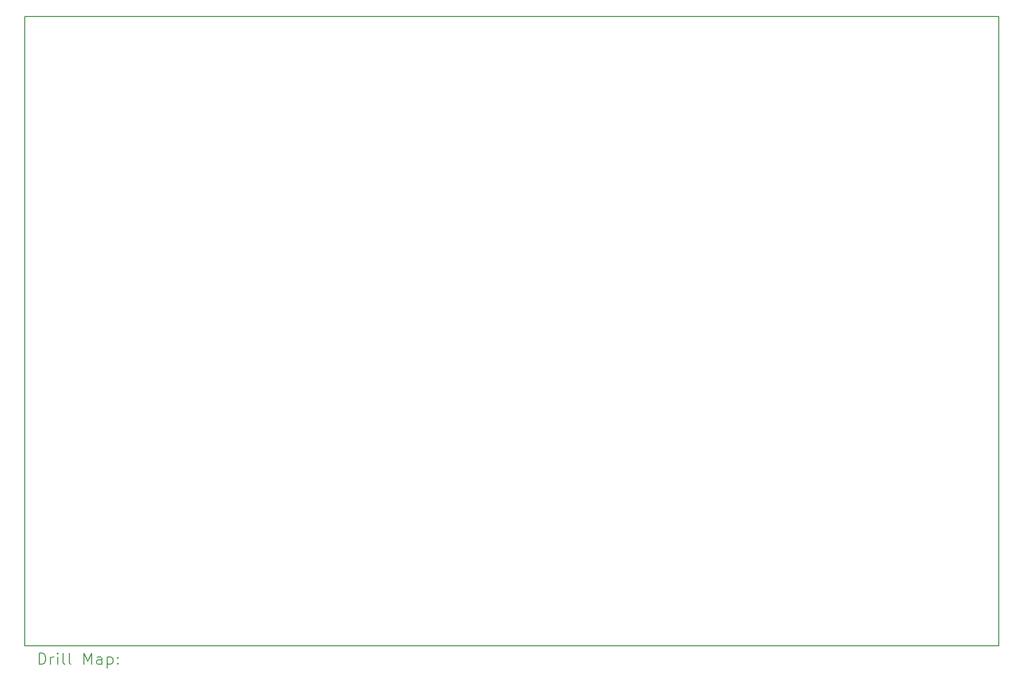
<source format=gbr>
%TF.GenerationSoftware,KiCad,Pcbnew,(6.0.8-1)-1*%
%TF.CreationDate,2022-11-17T19:15:35-05:00*%
%TF.ProjectId,HermEIS,4865726d-4549-4532-9e6b-696361645f70,rev?*%
%TF.SameCoordinates,Original*%
%TF.FileFunction,Drillmap*%
%TF.FilePolarity,Positive*%
%FSLAX45Y45*%
G04 Gerber Fmt 4.5, Leading zero omitted, Abs format (unit mm)*
G04 Created by KiCad (PCBNEW (6.0.8-1)-1) date 2022-11-17 19:15:35*
%MOMM*%
%LPD*%
G01*
G04 APERTURE LIST*
%ADD10C,0.200000*%
G04 APERTURE END LIST*
D10*
X2727000Y-2395500D02*
X19727000Y-2395500D01*
X19727000Y-2395500D02*
X19727000Y-13395500D01*
X19727000Y-13395500D02*
X2727000Y-13395500D01*
X2727000Y-13395500D02*
X2727000Y-2395500D01*
X2974619Y-13715976D02*
X2974619Y-13515976D01*
X3022238Y-13515976D01*
X3050809Y-13525500D01*
X3069857Y-13544548D01*
X3079381Y-13563595D01*
X3088905Y-13601690D01*
X3088905Y-13630262D01*
X3079381Y-13668357D01*
X3069857Y-13687405D01*
X3050809Y-13706452D01*
X3022238Y-13715976D01*
X2974619Y-13715976D01*
X3174619Y-13715976D02*
X3174619Y-13582643D01*
X3174619Y-13620738D02*
X3184143Y-13601690D01*
X3193667Y-13592167D01*
X3212714Y-13582643D01*
X3231762Y-13582643D01*
X3298428Y-13715976D02*
X3298428Y-13582643D01*
X3298428Y-13515976D02*
X3288905Y-13525500D01*
X3298428Y-13535024D01*
X3307952Y-13525500D01*
X3298428Y-13515976D01*
X3298428Y-13535024D01*
X3422238Y-13715976D02*
X3403190Y-13706452D01*
X3393667Y-13687405D01*
X3393667Y-13515976D01*
X3527000Y-13715976D02*
X3507952Y-13706452D01*
X3498428Y-13687405D01*
X3498428Y-13515976D01*
X3755571Y-13715976D02*
X3755571Y-13515976D01*
X3822238Y-13658833D01*
X3888905Y-13515976D01*
X3888905Y-13715976D01*
X4069857Y-13715976D02*
X4069857Y-13611214D01*
X4060333Y-13592167D01*
X4041286Y-13582643D01*
X4003190Y-13582643D01*
X3984143Y-13592167D01*
X4069857Y-13706452D02*
X4050809Y-13715976D01*
X4003190Y-13715976D01*
X3984143Y-13706452D01*
X3974619Y-13687405D01*
X3974619Y-13668357D01*
X3984143Y-13649309D01*
X4003190Y-13639786D01*
X4050809Y-13639786D01*
X4069857Y-13630262D01*
X4165095Y-13582643D02*
X4165095Y-13782643D01*
X4165095Y-13592167D02*
X4184143Y-13582643D01*
X4222238Y-13582643D01*
X4241286Y-13592167D01*
X4250810Y-13601690D01*
X4260333Y-13620738D01*
X4260333Y-13677881D01*
X4250810Y-13696928D01*
X4241286Y-13706452D01*
X4222238Y-13715976D01*
X4184143Y-13715976D01*
X4165095Y-13706452D01*
X4346048Y-13696928D02*
X4355571Y-13706452D01*
X4346048Y-13715976D01*
X4336524Y-13706452D01*
X4346048Y-13696928D01*
X4346048Y-13715976D01*
X4346048Y-13592167D02*
X4355571Y-13601690D01*
X4346048Y-13611214D01*
X4336524Y-13601690D01*
X4346048Y-13592167D01*
X4346048Y-13611214D01*
M02*

</source>
